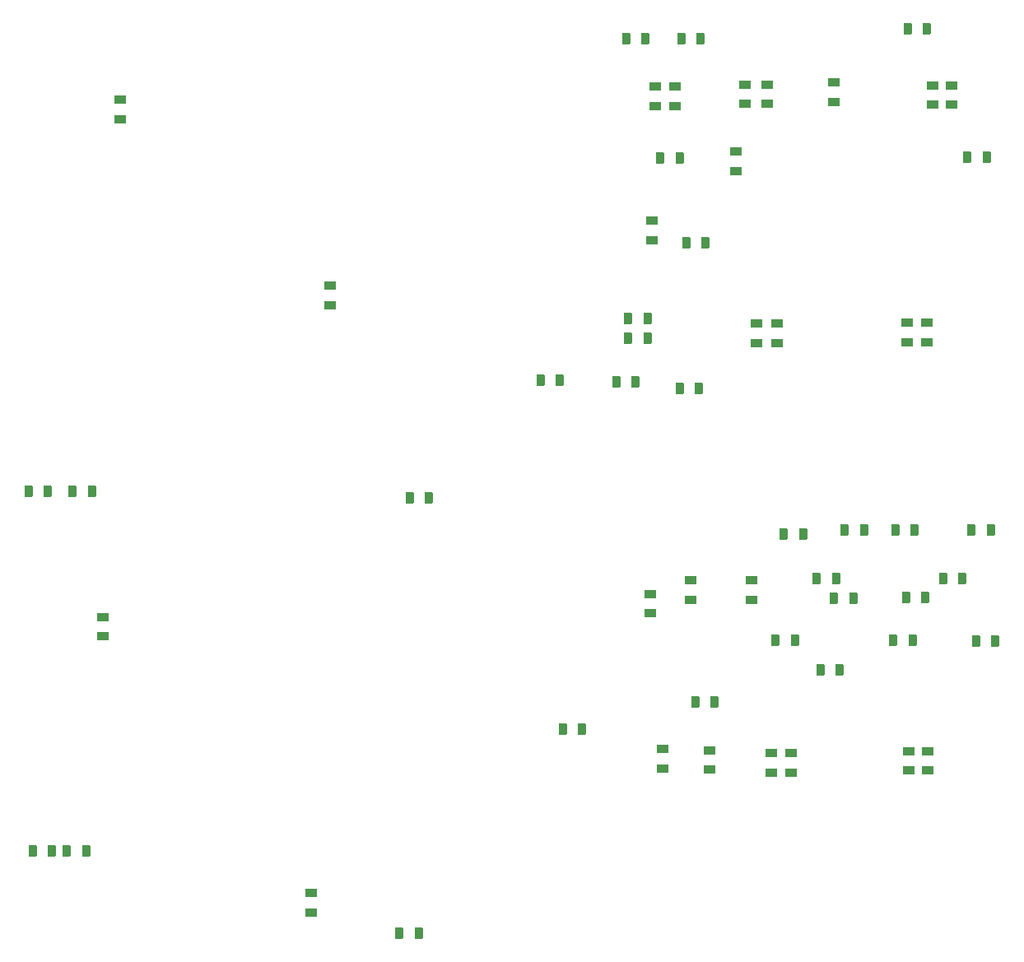
<source format=gbr>
%TF.GenerationSoftware,KiCad,Pcbnew,(5.99.0-10623-gbaf868fce7)*%
%TF.CreationDate,2021-05-29T08:15:44+02:00*%
%TF.ProjectId,voltage_processor,766f6c74-6167-4655-9f70-726f63657373,6*%
%TF.SameCoordinates,Original*%
%TF.FileFunction,Paste,Bot*%
%TF.FilePolarity,Positive*%
%FSLAX46Y46*%
G04 Gerber Fmt 4.6, Leading zero omitted, Abs format (unit mm)*
G04 Created by KiCad (PCBNEW (5.99.0-10623-gbaf868fce7)) date 2021-05-29 08:15:44*
%MOMM*%
%LPD*%
G01*
G04 APERTURE LIST*
G04 Aperture macros list*
%AMRoundRect*
0 Rectangle with rounded corners*
0 $1 Rounding radius*
0 $2 $3 $4 $5 $6 $7 $8 $9 X,Y pos of 4 corners*
0 Add a 4 corners polygon primitive as box body*
4,1,4,$2,$3,$4,$5,$6,$7,$8,$9,$2,$3,0*
0 Add four circle primitives for the rounded corners*
1,1,$1+$1,$2,$3*
1,1,$1+$1,$4,$5*
1,1,$1+$1,$6,$7*
1,1,$1+$1,$8,$9*
0 Add four rect primitives between the rounded corners*
20,1,$1+$1,$2,$3,$4,$5,0*
20,1,$1+$1,$4,$5,$6,$7,0*
20,1,$1+$1,$6,$7,$8,$9,0*
20,1,$1+$1,$8,$9,$2,$3,0*%
G04 Aperture macros list end*
%ADD10RoundRect,0.219375X0.410625X-0.219375X0.410625X0.219375X-0.410625X0.219375X-0.410625X-0.219375X0*%
%ADD11RoundRect,0.219375X0.219375X0.410625X-0.219375X0.410625X-0.219375X-0.410625X0.219375X-0.410625X0*%
%ADD12RoundRect,0.219375X-0.410625X0.219375X-0.410625X-0.219375X0.410625X-0.219375X0.410625X0.219375X0*%
%ADD13RoundRect,0.219375X-0.219375X-0.410625X0.219375X-0.410625X0.219375X0.410625X-0.219375X0.410625X0*%
G04 APERTURE END LIST*
D10*
%TO.C,C25*%
X180240000Y-124700000D03*
X180240000Y-122700000D03*
%TD*%
D11*
%TO.C,C8*%
X200400000Y-61400000D03*
X198400000Y-61400000D03*
%TD*%
D12*
%TO.C,C62*%
X194794949Y-53993349D03*
X194794949Y-55993349D03*
%TD*%
D13*
%TO.C,C42*%
X190800000Y-111100000D03*
X192800000Y-111100000D03*
%TD*%
D12*
%TO.C,C66*%
X174600000Y-60800000D03*
X174600000Y-62800000D03*
%TD*%
D10*
%TO.C,C46*%
X178794949Y-80493349D03*
X178794949Y-78493349D03*
%TD*%
%TO.C,C68*%
X192194949Y-80393349D03*
X192194949Y-78393349D03*
%TD*%
D13*
%TO.C,C7*%
X192250000Y-48200000D03*
X194250000Y-48200000D03*
%TD*%
%TO.C,R4*%
X106350000Y-95800000D03*
X108350000Y-95800000D03*
%TD*%
%TO.C,C56*%
X195900000Y-104700000D03*
X197900000Y-104700000D03*
%TD*%
%TO.C,C43*%
X178700000Y-111100000D03*
X180700000Y-111100000D03*
%TD*%
D10*
%TO.C,R110*%
X175550000Y-55900000D03*
X175550000Y-53900000D03*
%TD*%
%TO.C,C36*%
X171900000Y-124400000D03*
X171900000Y-122400000D03*
%TD*%
D12*
%TO.C,C23*%
X184694949Y-53693349D03*
X184694949Y-55693349D03*
%TD*%
D13*
%TO.C,C50*%
X183300000Y-114100000D03*
X185300000Y-114100000D03*
%TD*%
D12*
%TO.C,C52*%
X196794949Y-53993349D03*
X196794949Y-55993349D03*
%TD*%
D11*
%TO.C,C21*%
X165500000Y-78000000D03*
X163500000Y-78000000D03*
%TD*%
D10*
%TO.C,R45*%
X130894949Y-139093349D03*
X130894949Y-137093349D03*
%TD*%
%TO.C,C55*%
X176694949Y-80493349D03*
X176694949Y-78493349D03*
%TD*%
D11*
%TO.C,C22*%
X165500000Y-80000000D03*
X163500000Y-80000000D03*
%TD*%
D12*
%TO.C,C35*%
X169900000Y-104900000D03*
X169900000Y-106900000D03*
%TD*%
%TO.C,R96*%
X132894949Y-74593349D03*
X132894949Y-76593349D03*
%TD*%
D13*
%TO.C,C27*%
X191000000Y-99700000D03*
X193000000Y-99700000D03*
%TD*%
D10*
%TO.C,C20*%
X167040000Y-124250000D03*
X167040000Y-122250000D03*
%TD*%
D12*
%TO.C,R89*%
X109494949Y-108693349D03*
X109494949Y-110693349D03*
%TD*%
D13*
%TO.C,R76*%
X141025000Y-96425000D03*
X143025000Y-96425000D03*
%TD*%
D11*
%TO.C,R2*%
X104250000Y-132725000D03*
X102250000Y-132725000D03*
%TD*%
D12*
%TO.C,C61*%
X192340000Y-122500000D03*
X192340000Y-124500000D03*
%TD*%
D10*
%TO.C,C24*%
X194340000Y-124500000D03*
X194340000Y-122500000D03*
%TD*%
D12*
%TO.C,R104*%
X111294949Y-55493349D03*
X111294949Y-57493349D03*
%TD*%
%TO.C,C6*%
X176200000Y-104900000D03*
X176200000Y-106900000D03*
%TD*%
D11*
%TO.C,C63*%
X170800000Y-85200000D03*
X168800000Y-85200000D03*
%TD*%
D13*
%TO.C,R42*%
X140000000Y-141200000D03*
X142000000Y-141200000D03*
%TD*%
D11*
%TO.C,C65*%
X170994949Y-49193349D03*
X168994949Y-49193349D03*
%TD*%
D13*
%TO.C,R3*%
X101850000Y-95800000D03*
X103850000Y-95800000D03*
%TD*%
%TO.C,C64*%
X169494949Y-70193349D03*
X171494949Y-70193349D03*
%TD*%
D12*
%TO.C,C67*%
X194194949Y-78393349D03*
X194194949Y-80393349D03*
%TD*%
%TO.C,C10*%
X166000000Y-67900000D03*
X166000000Y-69900000D03*
%TD*%
%TO.C,C37*%
X177794949Y-53893349D03*
X177794949Y-55893349D03*
%TD*%
D11*
%TO.C,C45*%
X194100000Y-106700000D03*
X192100000Y-106700000D03*
%TD*%
D13*
%TO.C,C59*%
X166794949Y-61493349D03*
X168794949Y-61493349D03*
%TD*%
D12*
%TO.C,C38*%
X168294949Y-54093349D03*
X168294949Y-56093349D03*
%TD*%
D13*
%TO.C,C17*%
X170405051Y-117406651D03*
X172405051Y-117406651D03*
%TD*%
%TO.C,C5*%
X184700000Y-106800000D03*
X186700000Y-106800000D03*
%TD*%
D10*
%TO.C,R107*%
X165800000Y-108300000D03*
X165800000Y-106300000D03*
%TD*%
D13*
%TO.C,C29*%
X179500000Y-100200000D03*
X181500000Y-100200000D03*
%TD*%
%TO.C,C12*%
X163300000Y-49200000D03*
X165300000Y-49200000D03*
%TD*%
D11*
%TO.C,C47*%
X201300000Y-111200000D03*
X199300000Y-111200000D03*
%TD*%
D10*
%TO.C,C18*%
X166294949Y-56093349D03*
X166294949Y-54093349D03*
%TD*%
D12*
%TO.C,C51*%
X178240000Y-122700000D03*
X178240000Y-124700000D03*
%TD*%
D13*
%TO.C,C19*%
X182900000Y-104700000D03*
X184900000Y-104700000D03*
%TD*%
D11*
%TO.C,C48*%
X200800000Y-99700000D03*
X198800000Y-99700000D03*
%TD*%
%TO.C,C49*%
X187800000Y-99700000D03*
X185800000Y-99700000D03*
%TD*%
%TO.C,R1*%
X107800000Y-132725000D03*
X105800000Y-132725000D03*
%TD*%
D13*
%TO.C,C58*%
X162294949Y-84493349D03*
X164294949Y-84493349D03*
%TD*%
%TO.C,C54*%
X156800000Y-120200000D03*
X158800000Y-120200000D03*
%TD*%
%TO.C,C70*%
X154500000Y-84300000D03*
X156500000Y-84300000D03*
%TD*%
M02*

</source>
